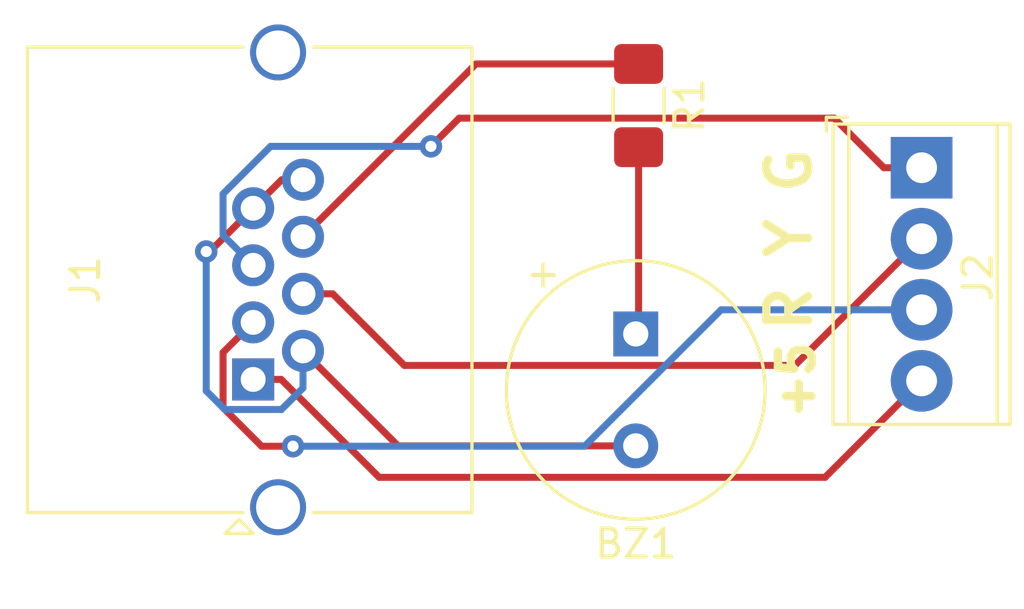
<source format=kicad_pcb>
(kicad_pcb (version 20171130) (host pcbnew "(5.0.0)")

  (general
    (thickness 1.6)
    (drawings 8)
    (tracks 45)
    (zones 0)
    (modules 4)
    (nets 8)
  )

  (page A4)
  (layers
    (0 F.Cu signal)
    (31 B.Cu signal)
    (32 B.Adhes user)
    (33 F.Adhes user)
    (34 B.Paste user)
    (35 F.Paste user)
    (36 B.SilkS user)
    (37 F.SilkS user)
    (38 B.Mask user)
    (39 F.Mask user)
    (40 Dwgs.User user)
    (41 Cmts.User user)
    (42 Eco1.User user)
    (43 Eco2.User user)
    (44 Edge.Cuts user)
    (45 Margin user)
    (46 B.CrtYd user)
    (47 F.CrtYd user)
    (48 B.Fab user)
    (49 F.Fab user)
  )

  (setup
    (last_trace_width 0.25)
    (trace_clearance 0.2)
    (zone_clearance 0.508)
    (zone_45_only no)
    (trace_min 0.2)
    (segment_width 0.2)
    (edge_width 0.001)
    (via_size 0.8)
    (via_drill 0.4)
    (via_min_size 0.4)
    (via_min_drill 0.3)
    (uvia_size 0.3)
    (uvia_drill 0.1)
    (uvias_allowed no)
    (uvia_min_size 0.2)
    (uvia_min_drill 0.1)
    (pcb_text_width 0.3)
    (pcb_text_size 1.5 1.5)
    (mod_edge_width 0.15)
    (mod_text_size 1 1)
    (mod_text_width 0.15)
    (pad_size 1.524 1.524)
    (pad_drill 0.762)
    (pad_to_mask_clearance 0.2)
    (aux_axis_origin 0 0)
    (visible_elements FFFFFF7F)
    (pcbplotparams
      (layerselection 0x010fc_ffffffff)
      (usegerberextensions true)
      (usegerberattributes false)
      (usegerberadvancedattributes false)
      (creategerberjobfile false)
      (excludeedgelayer true)
      (linewidth 0.100000)
      (plotframeref false)
      (viasonmask false)
      (mode 1)
      (useauxorigin false)
      (hpglpennumber 1)
      (hpglpenspeed 20)
      (hpglpendiameter 15.000000)
      (psnegative false)
      (psa4output false)
      (plotreference true)
      (plotvalue true)
      (plotinvisibletext false)
      (padsonsilk false)
      (subtractmaskfromsilk false)
      (outputformat 1)
      (mirror false)
      (drillshape 0)
      (scaleselection 1)
      (outputdirectory "gerber/"))
  )

  (net 0 "")
  (net 1 "Net-(BZ1-Pad1)")
  (net 2 GND)
  (net 3 +5V)
  (net 4 /Red_Drain)
  (net 5 /Green_Drain)
  (net 6 /Yellow_Drain)
  (net 7 /Buzzer)

  (net_class Default "This is the default net class."
    (clearance 0.2)
    (trace_width 0.25)
    (via_dia 0.8)
    (via_drill 0.4)
    (uvia_dia 0.3)
    (uvia_drill 0.1)
    (add_net +5V)
    (add_net /Buzzer)
    (add_net /Green_Drain)
    (add_net /Red_Drain)
    (add_net /Yellow_Drain)
    (add_net GND)
    (add_net "Net-(BZ1-Pad1)")
  )

  (module Buzzer_Beeper:MagneticBuzzer_CUI_CST-931RP-A (layer F.Cu) (tedit 5AAE92D3) (tstamp 5B9CE469)
    (at 130.9116 67.818)
    (descr "CST-931RP-A, http://www.cui.com/product/resource/cst-931rp-a.pdf")
    (tags CST-931RP-A)
    (path /5B90AF8B)
    (fp_text reference BZ1 (at 0 7.5) (layer F.SilkS)
      (effects (font (size 1 1) (thickness 0.15)))
    )
    (fp_text value Buzzer (at 0 9) (layer F.Fab)
      (effects (font (size 1 1) (thickness 0.15)))
    )
    (fp_arc (start 0 2) (end 2.75 -1.88) (angle 289.2) (layer F.CrtYd) (width 0.05))
    (fp_line (start -2.75 -1.88) (end -2.75 -4.25) (layer F.CrtYd) (width 0.05))
    (fp_line (start -2.75 -4.25) (end 2.75 -4.25) (layer F.CrtYd) (width 0.05))
    (fp_line (start 2.75 -4.25) (end 2.75 -1.88) (layer F.CrtYd) (width 0.05))
    (fp_circle (center 0 2) (end 4.62 2) (layer F.SilkS) (width 0.12))
    (fp_arc (start 0 2) (end 2.5 -1.74) (angle 292.4) (layer F.Fab) (width 0.1))
    (fp_line (start -2.5 -4) (end -2.5 -1.74) (layer F.Fab) (width 0.1))
    (fp_line (start 2.5 -4) (end 2.5 -1.74) (layer F.Fab) (width 0.1))
    (fp_line (start -2.5 -4) (end 2.5 -4) (layer F.Fab) (width 0.1))
    (fp_text user %R (at 0 2) (layer F.Fab)
      (effects (font (size 1 1) (thickness 0.15)))
    )
    (fp_text user + (at -1.5 -0.1) (layer F.Fab)
      (effects (font (size 1 1) (thickness 0.15)))
    )
    (fp_text user + (at -3.3 -2.18) (layer F.SilkS)
      (effects (font (size 1 1) (thickness 0.15)))
    )
    (pad 1 thru_hole rect (at 0 0) (size 1.6 1.6) (drill 0.9) (layers *.Cu *.Mask)
      (net 1 "Net-(BZ1-Pad1)"))
    (pad 2 thru_hole circle (at 0 4) (size 1.6 1.6) (drill 0.9) (layers *.Cu *.Mask)
      (net 2 GND))
    (model ${KISYS3DMOD}/Buzzer_Beeper.3dshapes/MagneticBuzzer_CUI_CST-931RP-A.wrl
      (at (xyz 0 0 0))
      (scale (xyz 1 1 1))
      (rotate (xyz 0 0 0))
    )
  )

  (module Connector_RJ:RJ45_Amphenol_RJHSE5380 (layer F.Cu) (tedit 5AD365F7) (tstamp 5B9CE48C)
    (at 117.2464 69.4436 90)
    (descr "Shielded, https://www.amphenolcanada.com/ProductSearch/drawings/AC/RJHSE538X.pdf")
    (tags "RJ45 8p8c ethernet cat5")
    (path /5B8CA196)
    (fp_text reference J1 (at 3.56 -5.9944 90) (layer F.SilkS)
      (effects (font (size 1 1) (thickness 0.15)))
    )
    (fp_text value RJ45 (at 3.56 9.5 90) (layer F.Fab)
      (effects (font (size 1 1) (thickness 0.15)))
    )
    (fp_line (start -4.695 -7) (end -4.695 7.75) (layer F.Fab) (width 0.1))
    (fp_line (start -4.695 7.75) (end 11.815 7.75) (layer F.Fab) (width 0.1))
    (fp_line (start -3.695 -8) (end 11.815 -8) (layer F.Fab) (width 0.1))
    (fp_line (start 11.815 -8) (end 11.815 7.75) (layer F.Fab) (width 0.1))
    (fp_line (start -4.76 -8.065) (end 11.88 -8.065) (layer F.SilkS) (width 0.12))
    (fp_line (start -4.76 -8.065) (end -4.76 -0.36) (layer F.SilkS) (width 0.12))
    (fp_line (start 11.88 -8.065) (end 11.88 -0.36) (layer F.SilkS) (width 0.12))
    (fp_line (start -4.76 7.815) (end 11.88 7.815) (layer F.SilkS) (width 0.12))
    (fp_line (start -4.76 7.815) (end -4.76 2.14) (layer F.SilkS) (width 0.12))
    (fp_line (start 11.88 7.815) (end 11.88 2.14) (layer F.SilkS) (width 0.12))
    (fp_line (start -4.695 -7) (end -3.695 -8) (layer F.Fab) (width 0.1))
    (fp_line (start -6.07 -8.5) (end 13.19 -8.5) (layer F.CrtYd) (width 0.05))
    (fp_line (start -6.07 -8.5) (end -6.07 8.25) (layer F.CrtYd) (width 0.05))
    (fp_line (start -6.07 8.25) (end 13.19 8.25) (layer F.CrtYd) (width 0.05))
    (fp_line (start 13.19 -8.5) (end 13.19 8.25) (layer F.CrtYd) (width 0.05))
    (fp_text user %R (at 3.56 -6 90) (layer F.Fab)
      (effects (font (size 1 1) (thickness 0.15)))
    )
    (fp_line (start -5 -0.5) (end -5.5 0) (layer F.SilkS) (width 0.12))
    (fp_line (start -5.5 0) (end -5.5 -1) (layer F.SilkS) (width 0.12))
    (fp_line (start -5.5 -1) (end -5 -0.5) (layer F.SilkS) (width 0.12))
    (pad 1 thru_hole rect (at 0 0 90) (size 1.5 1.5) (drill 0.89) (layers *.Cu *.Mask)
      (net 3 +5V))
    (pad 3 thru_hole circle (at 2.04 0 90) (size 1.5 1.5) (drill 0.89) (layers *.Cu *.Mask)
      (net 4 /Red_Drain))
    (pad 5 thru_hole circle (at 4.08 0 90) (size 1.5 1.5) (drill 0.89) (layers *.Cu *.Mask)
      (net 5 /Green_Drain))
    (pad 7 thru_hole circle (at 6.12 0 90) (size 1.5 1.5) (drill 0.89) (layers *.Cu *.Mask)
      (net 2 GND))
    (pad 2 thru_hole circle (at 1.02 1.78 90) (size 1.5 1.5) (drill 0.89) (layers *.Cu *.Mask)
      (net 2 GND))
    (pad 4 thru_hole circle (at 3.06 1.78 90) (size 1.5 1.5) (drill 0.89) (layers *.Cu *.Mask)
      (net 6 /Yellow_Drain))
    (pad 6 thru_hole circle (at 5.1 1.78 90) (size 1.5 1.5) (drill 0.89) (layers *.Cu *.Mask)
      (net 7 /Buzzer))
    (pad 8 thru_hole circle (at 7.14 1.78 90) (size 1.5 1.5) (drill 0.89) (layers *.Cu *.Mask)
      (net 2 GND))
    (pad "" np_thru_hole circle (at -2.79 -2.54 90) (size 3.25 3.25) (drill 3.25) (layers *.Cu *.Mask))
    (pad "" np_thru_hole circle (at 9.91 -2.54 90) (size 3.25 3.25) (drill 3.25) (layers *.Cu *.Mask))
    (pad SH thru_hole circle (at 11.69 0.89 90) (size 2 2) (drill 1.57) (layers *.Cu *.Mask))
    (pad SH thru_hole circle (at -4.57 0.89 90) (size 2 2) (drill 1.57) (layers *.Cu *.Mask))
    (model ${KISYS3DMOD}/Connector_RJ.3dshapes/RJ45_Amphenol_RJHSE5380.wrl
      (at (xyz 0 0 0))
      (scale (xyz 1 1 1))
      (rotate (xyz 0 0 0))
    )
  )

  (module TerminalBlock_Phoenix:TerminalBlock_Phoenix_MPT-0,5-4-2.54_1x04_P2.54mm_Horizontal (layer F.Cu) (tedit 5B294F98) (tstamp 5B9CE992)
    (at 141.1224 61.8744 270)
    (descr "Terminal Block Phoenix MPT-0,5-4-2.54, 4 pins, pitch 2.54mm, size 10.6x6.2mm^2, drill diamater 1.1mm, pad diameter 2.2mm, see http://www.mouser.com/ds/2/324/ItemDetail_1725672-916605.pdf, script-generated using https://github.com/pointhi/kicad-footprint-generator/scripts/TerminalBlock_Phoenix")
    (tags "THT Terminal Block Phoenix MPT-0,5-4-2.54 pitch 2.54mm size 10.6x6.2mm^2 drill 1.1mm pad 2.2mm")
    (path /5B90B552)
    (fp_text reference J2 (at 3.9116 -2.0066 270) (layer F.SilkS)
      (effects (font (size 1 1) (thickness 0.15)))
    )
    (fp_text value Conn_01x04_Female (at 3.81 4.16 270) (layer F.Fab)
      (effects (font (size 1 1) (thickness 0.15)))
    )
    (fp_circle (center 0 0) (end 1.1 0) (layer F.Fab) (width 0.1))
    (fp_circle (center 2.54 0) (end 3.64 0) (layer F.Fab) (width 0.1))
    (fp_circle (center 5.08 0) (end 6.18 0) (layer F.Fab) (width 0.1))
    (fp_circle (center 7.62 0) (end 8.72 0) (layer F.Fab) (width 0.1))
    (fp_line (start -1.5 -3.1) (end 9.12 -3.1) (layer F.Fab) (width 0.1))
    (fp_line (start 9.12 -3.1) (end 9.12 3.1) (layer F.Fab) (width 0.1))
    (fp_line (start 9.12 3.1) (end -1 3.1) (layer F.Fab) (width 0.1))
    (fp_line (start -1 3.1) (end -1.5 2.6) (layer F.Fab) (width 0.1))
    (fp_line (start -1.5 2.6) (end -1.5 -3.1) (layer F.Fab) (width 0.1))
    (fp_line (start -1.5 2.6) (end 9.12 2.6) (layer F.Fab) (width 0.1))
    (fp_line (start -1.56 2.6) (end 9.18 2.6) (layer F.SilkS) (width 0.12))
    (fp_line (start -1.5 -2.7) (end 9.12 -2.7) (layer F.Fab) (width 0.1))
    (fp_line (start -1.56 -2.7) (end 9.18 -2.7) (layer F.SilkS) (width 0.12))
    (fp_line (start -1.56 -3.16) (end 9.18 -3.16) (layer F.SilkS) (width 0.12))
    (fp_line (start -1.56 3.16) (end 9.18 3.16) (layer F.SilkS) (width 0.12))
    (fp_line (start -1.56 -3.16) (end -1.56 3.16) (layer F.SilkS) (width 0.12))
    (fp_line (start 9.18 -3.16) (end 9.18 3.16) (layer F.SilkS) (width 0.12))
    (fp_line (start 0.835 -0.7) (end -0.701 0.835) (layer F.Fab) (width 0.1))
    (fp_line (start 0.701 -0.835) (end -0.835 0.7) (layer F.Fab) (width 0.1))
    (fp_line (start 3.375 -0.7) (end 1.84 0.835) (layer F.Fab) (width 0.1))
    (fp_line (start 3.241 -0.835) (end 1.706 0.7) (layer F.Fab) (width 0.1))
    (fp_line (start 5.915 -0.7) (end 4.38 0.835) (layer F.Fab) (width 0.1))
    (fp_line (start 5.781 -0.835) (end 4.246 0.7) (layer F.Fab) (width 0.1))
    (fp_line (start 8.455 -0.7) (end 6.92 0.835) (layer F.Fab) (width 0.1))
    (fp_line (start 8.321 -0.835) (end 6.786 0.7) (layer F.Fab) (width 0.1))
    (fp_line (start -1.8 2.66) (end -1.8 3.4) (layer F.SilkS) (width 0.12))
    (fp_line (start -1.8 3.4) (end -1.3 3.4) (layer F.SilkS) (width 0.12))
    (fp_line (start -2 -3.6) (end -2 3.6) (layer F.CrtYd) (width 0.05))
    (fp_line (start -2 3.6) (end 9.63 3.6) (layer F.CrtYd) (width 0.05))
    (fp_line (start 9.63 3.6) (end 9.63 -3.6) (layer F.CrtYd) (width 0.05))
    (fp_line (start 9.63 -3.6) (end -2 -3.6) (layer F.CrtYd) (width 0.05))
    (fp_text user %R (at 3.81 2 270) (layer F.Fab)
      (effects (font (size 1 1) (thickness 0.15)))
    )
    (pad 1 thru_hole rect (at 0 0 270) (size 2.2 2.2) (drill 1.1) (layers *.Cu *.Mask)
      (net 5 /Green_Drain))
    (pad 2 thru_hole circle (at 2.54 0 270) (size 2.2 2.2) (drill 1.1) (layers *.Cu *.Mask)
      (net 6 /Yellow_Drain))
    (pad 3 thru_hole circle (at 5.08 0 270) (size 2.2 2.2) (drill 1.1) (layers *.Cu *.Mask)
      (net 4 /Red_Drain))
    (pad 4 thru_hole circle (at 7.62 0 270) (size 2.2 2.2) (drill 1.1) (layers *.Cu *.Mask)
      (net 3 +5V))
    (model ${KISYS3DMOD}/TerminalBlock_Phoenix.3dshapes/TerminalBlock_Phoenix_MPT-0,5-4-2.54_1x04_P2.54mm_Horizontal.wrl
      (at (xyz 0 0 0))
      (scale (xyz 1 1 1))
      (rotate (xyz 0 0 0))
    )
  )

  (module Resistor_SMD:R_1206_3216Metric_Pad1.42x1.75mm_HandSolder (layer F.Cu) (tedit 5B301BBD) (tstamp 5B9CE86E)
    (at 131.0132 59.6535 270)
    (descr "Resistor SMD 1206 (3216 Metric), square (rectangular) end terminal, IPC_7351 nominal with elongated pad for handsoldering. (Body size source: http://www.tortai-tech.com/upload/download/2011102023233369053.pdf), generated with kicad-footprint-generator")
    (tags "resistor handsolder")
    (path /5B90B8FA)
    (attr smd)
    (fp_text reference R1 (at 0 -1.82 270) (layer F.SilkS)
      (effects (font (size 1 1) (thickness 0.15)))
    )
    (fp_text value 100 (at 0 1.82 270) (layer F.Fab)
      (effects (font (size 1 1) (thickness 0.15)))
    )
    (fp_line (start -1.6 0.8) (end -1.6 -0.8) (layer F.Fab) (width 0.1))
    (fp_line (start -1.6 -0.8) (end 1.6 -0.8) (layer F.Fab) (width 0.1))
    (fp_line (start 1.6 -0.8) (end 1.6 0.8) (layer F.Fab) (width 0.1))
    (fp_line (start 1.6 0.8) (end -1.6 0.8) (layer F.Fab) (width 0.1))
    (fp_line (start -0.602064 -0.91) (end 0.602064 -0.91) (layer F.SilkS) (width 0.12))
    (fp_line (start -0.602064 0.91) (end 0.602064 0.91) (layer F.SilkS) (width 0.12))
    (fp_line (start -2.45 1.12) (end -2.45 -1.12) (layer F.CrtYd) (width 0.05))
    (fp_line (start -2.45 -1.12) (end 2.45 -1.12) (layer F.CrtYd) (width 0.05))
    (fp_line (start 2.45 -1.12) (end 2.45 1.12) (layer F.CrtYd) (width 0.05))
    (fp_line (start 2.45 1.12) (end -2.45 1.12) (layer F.CrtYd) (width 0.05))
    (fp_text user %R (at 0 0 270) (layer F.Fab)
      (effects (font (size 0.8 0.8) (thickness 0.12)))
    )
    (pad 1 smd roundrect (at -1.4875 0 270) (size 1.425 1.75) (layers F.Cu F.Paste F.Mask) (roundrect_rratio 0.175439)
      (net 7 /Buzzer))
    (pad 2 smd roundrect (at 1.4875 0 270) (size 1.425 1.75) (layers F.Cu F.Paste F.Mask) (roundrect_rratio 0.175439)
      (net 1 "Net-(BZ1-Pad1)"))
    (model ${KISYS3DMOD}/Resistor_SMD.3dshapes/R_1206_3216Metric.wrl
      (at (xyz 0 0 0))
      (scale (xyz 1 1 1))
      (rotate (xyz 0 0 0))
    )
  )

  (gr_text +5 (at 136.652 69.469 90) (layer F.SilkS) (tstamp 5B9CEA5E)
    (effects (font (size 1.2 1.2) (thickness 0.3)))
  )
  (gr_text G (at 136.398 61.976 90) (layer F.SilkS) (tstamp 5B9CEA5A)
    (effects (font (size 1.5 1.5) (thickness 0.3)))
  )
  (gr_text Y (at 136.398 64.389 90) (layer F.SilkS) (tstamp 5B9CEA56)
    (effects (font (size 1.5 1.5) (thickness 0.3)))
  )
  (gr_text R (at 136.398 66.929 90) (layer F.SilkS)
    (effects (font (size 1.5 1.5) (thickness 0.3)))
  )
  (gr_line (start 108.204 55.88) (end 144.78 55.88) (layer Edge.Cuts) (width 0.001))
  (gr_line (start 108.204 76.2) (end 108.204 55.88) (layer Edge.Cuts) (width 0.001))
  (gr_line (start 144.78 76.2) (end 108.204 76.2) (layer Edge.Cuts) (width 0.001))
  (gr_line (start 144.78 55.88) (end 144.78 76.2) (layer Edge.Cuts) (width 0.001))

  (segment (start 131.0132 67.7164) (end 130.9116 67.818) (width 0.25) (layer F.Cu) (net 1))
  (segment (start 131.0132 61.141) (end 131.0132 67.7164) (width 0.25) (layer F.Cu) (net 1))
  (segment (start 118.2664 62.3036) (end 117.2464 63.3236) (width 0.25) (layer F.Cu) (net 2))
  (segment (start 119.0264 62.3036) (end 118.2664 62.3036) (width 0.25) (layer F.Cu) (net 2))
  (segment (start 122.4208 71.818) (end 119.0264 68.4236) (width 0.25) (layer F.Cu) (net 2))
  (segment (start 130.9116 71.818) (end 122.4208 71.818) (width 0.25) (layer F.Cu) (net 2))
  (via (at 115.57 64.8716) (size 0.8) (drill 0.4) (layers F.Cu B.Cu) (net 2))
  (segment (start 115.57 69.852202) (end 115.57 64.8716) (width 0.25) (layer B.Cu) (net 2))
  (segment (start 116.236399 70.518601) (end 115.57 69.852202) (width 0.25) (layer B.Cu) (net 2))
  (segment (start 118.256401 70.518601) (end 116.236399 70.518601) (width 0.25) (layer B.Cu) (net 2))
  (segment (start 119.0264 68.4236) (end 119.0264 69.748602) (width 0.25) (layer B.Cu) (net 2))
  (segment (start 119.0264 69.748602) (end 118.256401 70.518601) (width 0.25) (layer B.Cu) (net 2))
  (segment (start 115.6984 64.8716) (end 117.2464 63.3236) (width 0.25) (layer F.Cu) (net 2))
  (segment (start 115.57 64.8716) (end 115.6984 64.8716) (width 0.25) (layer F.Cu) (net 2))
  (segment (start 140.022401 70.594399) (end 141.1224 69.4944) (width 0.25) (layer F.Cu) (net 3))
  (segment (start 137.673799 72.943001) (end 140.022401 70.594399) (width 0.25) (layer F.Cu) (net 3))
  (segment (start 121.745801 72.943001) (end 137.673799 72.943001) (width 0.25) (layer F.Cu) (net 3))
  (segment (start 118.2464 69.4436) (end 121.745801 72.943001) (width 0.25) (layer F.Cu) (net 3))
  (segment (start 117.2464 69.4436) (end 118.2464 69.4436) (width 0.25) (layer F.Cu) (net 3))
  (via (at 118.6688 71.8312) (size 0.8) (drill 0.4) (layers F.Cu B.Cu) (net 4))
  (segment (start 117.548998 71.8312) (end 118.6688 71.8312) (width 0.25) (layer F.Cu) (net 4))
  (segment (start 116.171399 70.453601) (end 117.548998 71.8312) (width 0.25) (layer F.Cu) (net 4))
  (segment (start 117.2464 67.4036) (end 116.171399 68.478601) (width 0.25) (layer F.Cu) (net 4))
  (segment (start 116.171399 68.478601) (end 116.171399 70.453601) (width 0.25) (layer F.Cu) (net 4))
  (segment (start 139.566766 66.9544) (end 141.1224 66.9544) (width 0.25) (layer B.Cu) (net 4))
  (segment (start 133.960202 66.9544) (end 139.566766 66.9544) (width 0.25) (layer B.Cu) (net 4))
  (segment (start 129.083402 71.8312) (end 133.960202 66.9544) (width 0.25) (layer B.Cu) (net 4))
  (segment (start 118.6688 71.8312) (end 129.083402 71.8312) (width 0.25) (layer B.Cu) (net 4))
  (via (at 123.5964 61.1124) (size 0.8) (drill 0.4) (layers F.Cu B.Cu) (net 5))
  (segment (start 124.60531 60.10349) (end 123.5964 61.1124) (width 0.25) (layer F.Cu) (net 5))
  (segment (start 138.00149 60.10349) (end 124.60531 60.10349) (width 0.25) (layer F.Cu) (net 5))
  (segment (start 141.1224 61.8744) (end 139.7724 61.8744) (width 0.25) (layer F.Cu) (net 5))
  (segment (start 139.7724 61.8744) (end 138.00149 60.10349) (width 0.25) (layer F.Cu) (net 5))
  (segment (start 116.496401 64.613601) (end 117.2464 65.3636) (width 0.25) (layer B.Cu) (net 5))
  (segment (start 116.171399 64.288599) (end 116.496401 64.613601) (width 0.25) (layer B.Cu) (net 5))
  (segment (start 116.171399 62.807599) (end 116.171399 64.288599) (width 0.25) (layer B.Cu) (net 5))
  (segment (start 117.866598 61.1124) (end 116.171399 62.807599) (width 0.25) (layer B.Cu) (net 5))
  (segment (start 123.5964 61.1124) (end 117.866598 61.1124) (width 0.25) (layer B.Cu) (net 5))
  (segment (start 140.022401 65.514399) (end 141.1224 64.4144) (width 0.25) (layer F.Cu) (net 6))
  (segment (start 136.593799 68.943001) (end 140.022401 65.514399) (width 0.25) (layer F.Cu) (net 6))
  (segment (start 122.646461 68.943001) (end 136.593799 68.943001) (width 0.25) (layer F.Cu) (net 6))
  (segment (start 120.08706 66.3836) (end 122.646461 68.943001) (width 0.25) (layer F.Cu) (net 6))
  (segment (start 119.0264 66.3836) (end 120.08706 66.3836) (width 0.25) (layer F.Cu) (net 6))
  (segment (start 125.204 58.166) (end 131.0132 58.166) (width 0.25) (layer F.Cu) (net 7))
  (segment (start 119.0264 64.3436) (end 125.204 58.166) (width 0.25) (layer F.Cu) (net 7))

)

</source>
